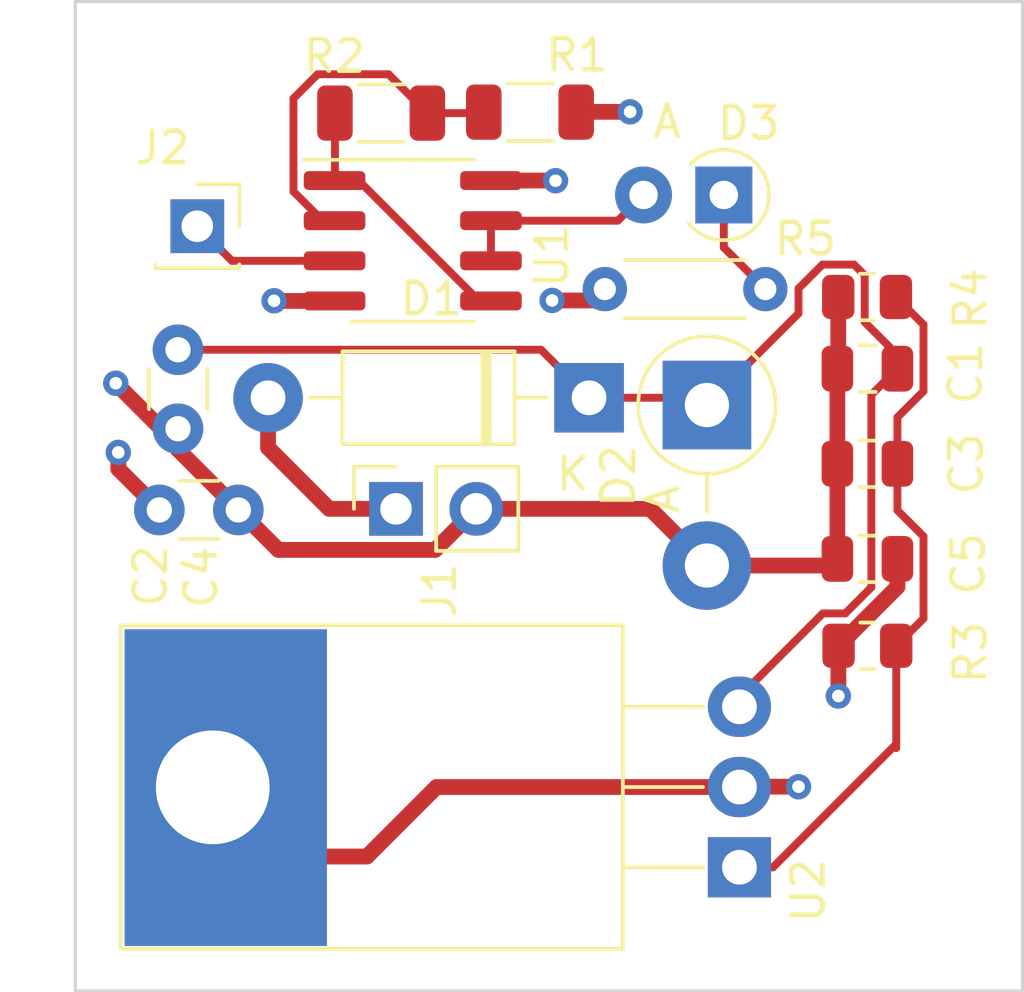
<source format=kicad_pcb>
(kicad_pcb (version 20221018) (generator pcbnew)
  (layers (0 "F.Cu" signal) (1 "In1.Cu" signal) (2 "In2.Cu" signal) (31 "B.Cu" signal) (34 "B.Paste" user) (35 "F.Paste" user) (36 "B.SilkS" user "B.Silkscreen") (37 "F.SilkS" user "F.Silkscreen") (38 "B.Mask" user) (39 "F.Mask" user) (44 "Edge.Cuts" user))
  (net 0 "")
  (net 1 "/V_{in}")
  (net 2 "Vout")
  (net 3 "Vin")
  (net 4 "GND")
  (net 5 "VAMP")
  (net 6 "/V_{div}")
  (net 7 "+VCC")
  (net 8 "VBAT")
  (net 9 "Net-(D3-K)")
  (net 10 "Net-(U1A--)")
  (footprint "Diode_THT:D_DO-41_SOD81_P10.16mm_Horizontal" (layer "F.Cu") (at 123.27 63.27 180)
    (fp_text reference "D1" (at 5 3.13) (layer "F.SilkS"))
    (fp_text value "1N4002")
    (fp_text user "K" (at 0.52 -2.42) (layer "F.SilkS"))
    (fp_line (start 1.34 0) (end 2.36 0) (stroke (width 0.12)) (layer "F.SilkS"))
    (fp_line (start 2.36 -1.47) (end 2.36 1.47) (stroke (width 0.12)) (layer "F.SilkS"))
    (fp_line (start 2.36 1.47) (end 7.8 1.47) (stroke (width 0.12)) (layer "F.SilkS"))
    (fp_line (start 3.14 -1.47) (end 3.14 1.47) (stroke (width 0.12)) (layer "F.SilkS"))
    (fp_line (start 3.26 -1.47) (end 3.26 1.47) (stroke (width 0.12)) (layer "F.SilkS"))
    (fp_line (start 3.38 -1.47) (end 3.38 1.47) (stroke (width 0.12)) (layer "F.SilkS"))
    (fp_line (start 7.8 -1.47) (end 2.36 -1.47) (stroke (width 0.12)) (layer "F.SilkS"))
    (fp_line (start 7.8 1.47) (end 7.8 -1.47) (stroke (width 0.12)) (layer "F.SilkS"))
    (fp_line (start 8.82 0) (end 7.8 0) (stroke (width 0.12)) (layer "F.SilkS"))
    (pad "1" thru_hole rect (at 0 0 180) (size 2.2 2.2) (drill 1.1) (layers "*.Cu" "*.Mask") (net 1 "/V_{in}"))
    (pad "2" thru_hole oval (at 10.16 0 180) (size 2.2 2.2) (drill 1.1) (layers "*.Cu" "*.Mask") (net 8 "VBAT"))
  )
  (footprint "Package_TO_SOT_THT:TO-220-3_Horizontal_TabDown" (layer "F.Cu") (at 128.03 78.13 90)
    (fp_text reference "U2" (at -0.74 2.17 90) (layer "F.SilkS"))
    (fp_text value "LM1117-ADJ")
    (fp_line (start -2.58 -19.58) (end -2.58 -3.69) (stroke (width 0.12)) (layer "F.SilkS"))
    (fp_line (start -2.58 -19.58) (end 7.66 -19.58) (stroke (width 0.12)) (layer "F.SilkS"))
    (fp_line (start -2.58 -3.69) (end 7.66 -3.69) (stroke (width 0.12)) (layer "F.SilkS"))
    (fp_line (start 0 -3.69) (end 0 -1.15) (stroke (width 0.12)) (layer "F.SilkS"))
    (fp_line (start 2.54 -3.69) (end 2.54 -1.15) (stroke (width 0.12)) (layer "F.SilkS"))
    (fp_line (start 5.08 -3.69) (end 5.08 -1.15) (stroke (width 0.12)) (layer "F.SilkS"))
    (fp_line (start 7.66 -19.58) (end 7.66 -3.69) (stroke (width 0.12)) (layer "F.SilkS"))
    (pad "" np_thru_hole oval (at 2.54 -16.66 90) (size 3.5 3.5) (drill 3.5) (layers "*.Cu" "*.Mask"))
    (pad "1" thru_hole rect (at 0 0 90) (size 1.905 2) (drill 1.1) (layers "*.Cu" "*.Mask") (net 6 "/V_{div}"))
    (pad "2" thru_hole oval (at 2.54 0 90) (size 1.905 2) (drill 1.1) (layers "*.Cu" "*.Mask") (net 7 "+VCC"))
    (pad "3" thru_hole oval (at 5.08 0 90) (size 1.905 2) (drill 1.1) (layers "*.Cu" "*.Mask") (net 1 "/V_{in}"))
    (pad "4" thru_hole rect (at 2.53 -16.67 90) (size 10.02 6.4) (drill 3.6 (offset -0.01 0.41)) (property pad_prop_heatsink) (layers "*.Cu" "*.Mask") (net 7 "+VCC"))
  )
  (footprint "Resistor_SMD:R_0805_2012Metric" (layer "F.Cu") (at 132.07 60.08 180)
    (fp_text reference "R4" (at -3.26 -0.06 90) (layer "F.SilkS"))
    (fp_text value "1k")
    (fp_line (start -0.227064 -0.735) (end 0.227064 -0.735) (stroke (width 0.12)) (layer "F.SilkS"))
    (fp_line (start -0.227064 0.735) (end 0.227064 0.735) (stroke (width 0.12)) (layer "F.SilkS"))
    (pad "1" smd roundrect (at -0.9125 0 180) (size 1.025 1.4) (layers "F.Cu" "F.Paste" "F.Mask") (roundrect_rratio 0.243902) (net 6 "/V_{div}"))
    (pad "2" smd roundrect (at 0.9125 0 180) (size 1.025 1.4) (layers "F.Cu" "F.Paste" "F.Mask") (roundrect_rratio 0.243902) (net 4 "GND"))
  )
  (footprint "Capacitor_THT:C_Disc_D3.0mm_W1.6mm_P2.50mm" (layer "F.Cu") (at 110.26 61.75 -90)
    (fp_text reference "C2" (at 7.17 0.87 90) (layer "F.SilkS"))
    (fp_text value "1u")
    (fp_line (start 0.621 -0.92) (end 1.879 -0.92) (stroke (width 0.12)) (layer "F.SilkS"))
    (fp_line (start 0.621 0.92) (end 1.879 0.92) (stroke (width 0.12)) (layer "F.SilkS"))
    (pad "1" thru_hole circle (at 0 0 270) (size 1.6 1.6) (drill 0.8) (layers "*.Cu" "*.Mask") (net 1 "/V_{in}"))
    (pad "2" thru_hole circle (at 2.5 0 270) (size 1.6 1.6) (drill 0.8) (layers "*.Cu" "*.Mask") (net 4 "GND"))
  )
  (footprint "Capacitor_SMD:C_0805_2012Metric" (layer "F.Cu") (at 132.08 62.35 180)
    (fp_text reference "C1" (at -3.1 -0.15 90) (layer "F.SilkS"))
    (fp_text value "100n")
    (fp_line (start -0.261252 -0.735) (end 0.261252 -0.735) (stroke (width 0.12)) (layer "F.SilkS"))
    (fp_line (start -0.261252 0.735) (end 0.261252 0.735) (stroke (width 0.12)) (layer "F.SilkS"))
    (pad "1" smd roundrect (at -0.95 0 180) (size 1 1.45) (layers "F.Cu" "F.Paste" "F.Mask") (net 1 "/V_{in}"))
    (pad "2" smd roundrect (at 0.95 0 180) (size 1 1.45) (layers "F.Cu" "F.Paste" "F.Mask") (net 4 "GND"))
  )
  (footprint "Capacitor_THT:C_Disc_D3.0mm_W1.6mm_P2.50mm" (layer "F.Cu") (at 109.67 66.82)
    (fp_text reference "C4" (at 1.32 2.13 90) (layer "F.SilkS"))
    (fp_text value "1u")
    (fp_line (start 0.621 -0.92) (end 1.879 -0.92) (stroke (width 0.12)) (layer "F.SilkS"))
    (fp_line (start 0.621 0.92) (end 1.879 0.92) (stroke (width 0.12)) (layer "F.SilkS"))
    (pad "1" thru_hole circle (at 0 0) (size 1.6 1.6) (drill 0.8) (layers "*.Cu" "*.Mask") (net 7 "+VCC"))
    (pad "2" thru_hole circle (at 2.5 0) (size 1.6 1.6) (drill 0.8) (layers "*.Cu" "*.Mask") (net 4 "GND"))
  )
  (footprint "Resistor_SMD:R_1206_3216Metric" (layer "F.Cu") (at 116.69 54.26 180)
    (fp_text reference "R2" (at 1.49 1.8 180) (layer "F.SilkS"))
    (fp_text value "68k")
    (fp_line (start -0.727064 -0.91) (end 0.727064 -0.91) (stroke (width 0.12)) (layer "F.SilkS"))
    (fp_line (start -0.727064 0.91) (end 0.727064 0.91) (stroke (width 0.12)) (layer "F.SilkS"))
    (pad "1" smd roundrect (at -1.4625 0 180) (size 1.125 1.75) (layers "F.Cu" "F.Paste" "F.Mask") (roundrect_rratio 0.222222) (net 10 "Net-(U1A--)"))
    (pad "2" smd roundrect (at 1.4625 0 180) (size 1.125 1.75) (layers "F.Cu" "F.Paste" "F.Mask") (roundrect_rratio 0.222222) (net 5 "VAMP"))
  )
  (footprint "Capacitor_SMD:C_0805_2012Metric" (layer "F.Cu") (at 132.08 68.37 180)
    (fp_text reference "C5" (at -3.19 -0.16 90) (layer "F.SilkS"))
    (fp_text value "100n")
    (fp_line (start -0.261252 -0.735) (end 0.261252 -0.735) (stroke (width 0.12)) (layer "F.SilkS"))
    (fp_line (start -0.261252 0.735) (end 0.261252 0.735) (stroke (width 0.12)) (layer "F.SilkS"))
    (pad "1" smd roundrect (at -0.95 0 180) (size 1 1.45) (layers "F.Cu" "F.Paste" "F.Mask") (net 7 "+VCC"))
    (pad "2" smd roundrect (at 0.95 0 180) (size 1 1.45) (layers "F.Cu" "F.Paste" "F.Mask") (net 4 "GND"))
  )
  (footprint "Connector_PinSocket_2.54mm:PinSocket_1x01_P2.54mm_Vertical" (layer "F.Cu") (at 110.87 57.84)
    (fp_text reference "J2" (at -1.1 -2.48) (layer "F.SilkS"))
    (fp_text value "Conn_01x01_Pin")
    (fp_line (start -1.33 1.21) (end -1.33 1.33) (stroke (width 0.12)) (layer "F.SilkS"))
    (fp_line (start -1.33 1.33) (end 1.33 1.33) (stroke (width 0.12)) (layer "F.SilkS"))
    (fp_line (start 0 -1.33) (end 1.33 -1.33) (stroke (width 0.12)) (layer "F.SilkS"))
    (fp_line (start 1.33 -1.33) (end 1.33 0) (stroke (width 0.12)) (layer "F.SilkS"))
    (fp_line (start 1.33 1.21) (end 1.33 1.33) (stroke (width 0.12)) (layer "F.SilkS"))
    (pad "1" thru_hole rect (at 0 0) (size 1.7 1.7) (drill 1) (layers "*.Cu" "*.Mask") (net 3 "Vin"))
  )
  (footprint "Diode_THT:D_5W_P5.08mm_Vertical_AnodeUp" (layer "F.Cu") (at 127 63.5 -90)
    (fp_text reference "D2" (at 2.25 2.8 90) (layer "F.SilkS"))
    (fp_text value "15V")
    (fp_text user "A" (at 2.98 1.4 90) (layer "F.SilkS"))
    (fp_line (start 2.174899 0) (end 3.38 0) (stroke (width 0.12)) (layer "F.SilkS"))
    (fp_circle (center 0 0) (end 2.174899 0) (stroke (width 0.12)) (fill none) (layer "F.SilkS"))
    (pad "1" thru_hole rect (at 0 0 270) (size 2.8 2.8) (drill 1.4) (layers "*.Cu" "*.Mask") (net 1 "/V_{in}"))
    (pad "2" thru_hole oval (at 5.08 0 270) (size 2.8 2.8) (drill 1.4) (layers "*.Cu" "*.Mask") (net 4 "GND"))
  )
  (footprint "Package_SO:SOIC-8_3.9x4.9mm_P1.27mm" (layer "F.Cu") (at 117.69 58.3)
    (fp_text reference "U1" (at 4.4 0.48 90) (layer "F.SilkS"))
    (fp_text value "LT1492")
    (fp_line (start 0 -2.56) (end -3.45 -2.56) (stroke (width 0.12)) (layer "F.SilkS"))
    (fp_line (start 0 -2.56) (end 1.95 -2.56) (stroke (width 0.12)) (layer "F.SilkS"))
    (fp_line (start 0 2.56) (end -1.95 2.56) (stroke (width 0.12)) (layer "F.SilkS"))
    (fp_line (start 0 2.56) (end 1.95 2.56) (stroke (width 0.12)) (layer "F.SilkS"))
    (pad "1" smd roundrect (at -2.475 -1.905) (size 1.95 0.6) (layers "F.Cu" "F.Paste" "F.Mask") (net 5 "VAMP"))
    (pad "2" smd roundrect (at -2.475 -0.635) (size 1.95 0.6) (layers "F.Cu" "F.Paste" "F.Mask") (net 10 "Net-(U1A--)"))
    (pad "3" smd roundrect (at -2.475 0.635) (size 1.95 0.6) (layers "F.Cu" "F.Paste" "F.Mask") (net 3 "Vin"))
    (pad "4" smd roundrect (at -2.475 1.905) (size 1.95 0.6) (layers "F.Cu" "F.Paste" "F.Mask") (net 4 "GND"))
    (pad "5" smd roundrect (at 2.475 1.905) (size 1.95 0.6) (layers "F.Cu" "F.Paste" "F.Mask") (net 5 "VAMP"))
    (pad "6" smd roundrect (at 2.475 0.635) (size 1.95 0.6) (layers "F.Cu" "F.Paste" "F.Mask") (net 2 "Vout"))
    (pad "7" smd roundrect (at 2.475 -0.635) (size 1.95 0.6) (layers "F.Cu" "F.Paste" "F.Mask") (net 2 "Vout"))
    (pad "8" smd roundrect (at 2.475 -1.905) (size 1.95 0.6) (layers "F.Cu" "F.Paste" "F.Mask") (net 7 "+VCC"))
  )
  (footprint "Resistor_SMD:R_1206_3216Metric" (layer "F.Cu") (at 121.4 54.23 180)
    (fp_text reference "R1" (at -1.49 1.81) (layer "F.SilkS"))
    (fp_text value "100k")
    (fp_line (start -0.727064 -0.91) (end 0.727064 -0.91) (stroke (width 0.12)) (layer "F.SilkS"))
    (fp_line (start -0.727064 0.91) (end 0.727064 0.91) (stroke (width 0.12)) (layer "F.SilkS"))
    (pad "1" smd roundrect (at -1.4625 0 180) (size 1.125 1.75) (layers "F.Cu" "F.Paste" "F.Mask") (roundrect_rratio 0.222222) (net 4 "GND"))
    (pad "2" smd roundrect (at 1.4625 0 180) (size 1.125 1.75) (layers "F.Cu" "F.Paste" "F.Mask") (roundrect_rratio 0.222222) (net 10 "Net-(U1A--)"))
  )
  (footprint "Connector_PinSocket_2.54mm:PinSocket_1x02_P2.54mm_Vertical" (layer "F.Cu") (at 117.16 66.785 90)
    (fp_text reference "J1" (at -2.585 1.37 90) (layer "F.SilkS"))
    (fp_text value "Screw_Terminal_01x02")
    (fp_line (start -1.33 1.27) (end -1.33 3.87) (stroke (width 0.12)) (layer "F.SilkS"))
    (fp_line (start -1.33 1.27) (end 1.33 1.27) (stroke (width 0.12)) (layer "F.SilkS"))
    (fp_line (start -1.33 3.87) (end 1.33 3.87) (stroke (width 0.12)) (layer "F.SilkS"))
    (fp_line (start 0 -1.33) (end 1.33 -1.33) (stroke (width 0.12)) (layer "F.SilkS"))
    (fp_line (start 1.33 -1.33) (end 1.33 0) (stroke (width 0.12)) (layer "F.SilkS"))
    (fp_line (start 1.33 1.27) (end 1.33 3.87) (stroke (width 0.12)) (layer "F.SilkS"))
    (pad "1" thru_hole rect (at 0 0 90) (size 1.7 1.7) (drill 1) (layers "*.Cu" "*.Mask") (net 8 "VBAT"))
    (pad "2" thru_hole oval (at 0 2.54 90) (size 1.7 1.7) (drill 1) (layers "*.Cu" "*.Mask") (net 4 "GND"))
  )
  (footprint "Resistor_THT:R_Axial_DIN0204_L3.6mm_D1.6mm_P5.08mm_Horizontal" (layer "F.Cu") (at 128.85 59.83 180)
    (fp_text reference "R5" (at -1.26 1.59) (layer "F.SilkS"))
    (fp_text value "1k")
    (fp_line (start 0.62 -0.92) (end 4.46 -0.92) (stroke (width 0.12)) (layer "F.SilkS"))
    (fp_line (start 0.62 0.92) (end 4.46 0.92) (stroke (width 0.12)) (layer "F.SilkS"))
    (pad "1" thru_hole circle (at 0 0 180) (size 1.4 1.4) (drill 0.7) (layers "*.Cu" "*.Mask") (net 9 "Net-(D3-K)"))
    (pad "2" thru_hole oval (at 5.08 0 180) (size 1.4 1.4) (drill 0.7) (layers "*.Cu" "*.Mask") (net 4 "GND"))
  )
  (footprint "Capacitor_SMD:C_0805_2012Metric" (layer "F.Cu") (at 132.08 65.36 180)
    (fp_text reference "C3" (at -3.13 0 90) (layer "F.SilkS"))
    (fp_text value "100n")
    (fp_line (start -0.261252 -0.735) (end 0.261252 -0.735) (stroke (width 0.12)) (layer "F.SilkS"))
    (fp_line (start -0.261252 0.735) (end 0.261252 0.735) (stroke (width 0.12)) (layer "F.SilkS"))
    (pad "1" smd roundrect (at -0.95 0 180) (size 1 1.45) (layers "F.Cu" "F.Paste" "F.Mask") (net 6 "/V_{div}"))
    (pad "2" smd roundrect (at 0.95 0 180) (size 1 1.45) (layers "F.Cu" "F.Paste" "F.Mask") (net 4 "GND"))
  )
  (footprint "Resistor_SMD:R_0805_2012Metric" (layer "F.Cu") (at 132.08 71.12)
    (fp_text reference "R3" (at 3.25 0.21 90) (layer "F.SilkS"))
    (fp_text value "2.2k")
    (fp_line (start -0.227064 -0.735) (end 0.227064 -0.735) (stroke (width 0.12)) (layer "F.SilkS"))
    (fp_line (start -0.227064 0.735) (end 0.227064 0.735) (stroke (width 0.12)) (layer "F.SilkS"))
    (pad "1" smd roundrect (at -0.9125 0) (size 1.025 1.4) (layers "F.Cu" "F.Paste" "F.Mask") (roundrect_rratio 0.243902) (net 7 "+VCC"))
    (pad "2" smd roundrect (at 0.9125 0) (size 1.025 1.4) (layers "F.Cu" "F.Paste" "F.Mask") (roundrect_rratio 0.243902) (net 6 "/V_{div}"))
  )
  (footprint "Diode_THT:D_A-405_P2.54mm_Vertical_AnodeUp" (layer "F.Cu") (at 127.535 56.85 180)
    (fp_text reference "D3" (at -0.785 2.27) (layer "F.SilkS"))
    (fp_text value "LED")
    (fp_text user "A" (at 1.795 2.32) (layer "F.SilkS"))
    (fp_arc (start 1.05385 0.968866) (mid -1.430816 -0.045469) (end 1.113239 -0.9) (stroke (width 0.12)) (layer "F.SilkS"))
    (pad "1" thru_hole rect (at 0 0 180) (size 1.8 1.8) (drill 0.9) (layers "*.Cu" "*.Mask") (net 9 "Net-(D3-K)"))
    (pad "2" thru_hole oval (at 2.54 0 180) (size 1.8 1.8) (drill 0.9) (layers "*.Cu" "*.Mask") (net 2 "Vout"))
  )
  (gr_rect (start 107.01 50.73) (end 136.99 82.04) (stroke (width 0.1)) (fill none) (layer "Edge.Cuts"))
  (segment (start 130.656827 59.055) (end 129.9 59.811827) (width 0.25) (layer "F.Cu") (net 1))
  (segment (start 121.75 61.75) (end 123.27 63.27) (width 0.25) (layer "F.Cu") (net 1))
  (segment (start 132.9225 61.8025) (end 131.995 60.875) (width 0.25) (layer "F.Cu") (net 1))
  (segment (start 132.9225 62.35) (end 132.9225 61.8025) (width 0.25) (layer "F.Cu") (net 1))
  (segment (start 131.658173 59.055) (end 130.656827 59.055) (width 0.25) (layer "F.Cu") (net 1))
  (segment (start 133.03 62.35) (end 132.205 63.175) (width 0.25) (layer "F.Cu") (net 1))
  (segment (start 132.205 69.269328) (end 131.379328 70.095) (width 0.25) (layer "F.Cu") (net 1))
  (segment (start 129.9 60.6) (end 127 63.5) (width 0.25) (layer "F.Cu") (net 1))
  (segment (start 131.379328 70.095) (end 130.666827 70.095) (width 0.25) (layer "F.Cu") (net 1))
  (segment (start 123.27 63.27) (end 126.77 63.27) (width 0.25) (layer "F.Cu") (net 1))
  (segment (start 130.666827 70.095) (end 128.03 72.731827) (width 0.25) (layer "F.Cu") (net 1))
  (segment (start 131.995 59.391827) (end 131.658173 59.055) (width 0.25) (layer "F.Cu") (net 1))
  (segment (start 110.26 61.75) (end 121.75 61.75) (width 0.25) (layer "F.Cu") (net 1))
  (segment (start 132.205 63.175) (end 132.205 69.269328) (width 0.25) (layer "F.Cu") (net 1))
  (segment (start 126.77 63.27) (end 127 63.5) (width 0.25) (layer "F.Cu") (net 1))
  (segment (start 128.03 72.731827) (end 128.03 73.05) (width 0.25) (layer "F.Cu") (net 1))
  (segment (start 131.995 60.875) (end 131.995 59.391827) (width 0.25) (layer "F.Cu") (net 1))
  (segment (start 129.9 59.811827) (end 129.9 60.6) (width 0.25) (layer "F.Cu") (net 1))
  (segment (start 120.165 58.935) (end 120.165 57.665) (width 0.25) (layer "F.Cu") (net 2))
  (segment (start 124.18 57.665) (end 124.995 56.85) (width 0.25) (layer "F.Cu") (net 2))
  (segment (start 120.165 57.665) (end 124.18 57.665) (width 0.25) (layer "F.Cu") (net 2))
  (segment (start 111.965 58.935) (end 115.215 58.935) (width 0.25) (layer "F.Cu") (net 3))
  (segment (start 110.87 57.84) (end 111.965 58.935) (width 0.25) (layer "F.Cu") (net 3))
  (segment (start 110.26 64.25) (end 109.73 64.25) (width 0.5) (layer "F.Cu") (net 4))
  (segment (start 113.305 60.205) (end 113.3 60.2) (width 0.5) (layer "F.Cu") (net 4))
  (segment (start 122.8725 54.22) (end 122.8625 54.23) (width 0.5) (layer "F.Cu") (net 4))
  (segment (start 110.26 64.91) (end 112.17 66.82) (width 0.5) (layer "F.Cu") (net 4))
  (segment (start 131.13 68.37) (end 131.13 65.36) (width 0.5) (layer "F.Cu") (net 4))
  (segment (start 131.1575 62.3225) (end 131.13 62.35) (width 0.5) (layer "F.Cu") (net 4))
  (segment (start 131.13 62.35) (end 131.13 65.36) (width 0.5) (layer "F.Cu") (net 4))
  (segment (start 118.4 68.085) (end 119.7 66.785) (width 0.5) (layer "F.Cu") (net 4))
  (segment (start 127 68.58) (end 130.92 68.58) (width 0.5) (layer "F.Cu") (net 4))
  (segment (start 125.205 66.785) (end 127 68.58) (width 0.5) (layer "F.Cu") (net 4))
  (segment (start 112.17 66.82) (end 113.435 68.085) (width 0.5) (layer "F.Cu") (net 4))
  (segment (start 122.1 60.19) (end 123.41 60.19) (width 0.5) (layer "F.Cu") (net 4))
  (segment (start 109.73 64.25) (end 108.29 62.81) (width 0.5) (layer "F.Cu") (net 4))
  (segment (start 131.1575 60.08) (end 131.1575 62.3225) (width 0.5) (layer "F.Cu") (net 4))
  (segment (start 113.435 68.085) (end 118.4 68.085) (width 0.5) (layer "F.Cu") (net 4))
  (segment (start 115.215 60.205) (end 113.305 60.205) (width 0.5) (layer "F.Cu") (net 4))
  (segment (start 110.26 64.25) (end 110.26 64.91) (width 0.5) (layer "F.Cu") (net 4))
  (segment (start 130.92 68.58) (end 131.13 68.37) (width 0.5) (layer "F.Cu") (net 4))
  (segment (start 119.7 66.785) (end 125.205 66.785) (width 0.5) (layer "F.Cu") (net 4))
  (segment (start 123.41 60.19) (end 123.77 59.83) (width 0.5) (layer "F.Cu") (net 4))
  (segment (start 124.57 54.22) (end 122.8725 54.22) (width 0.5) (layer "F.Cu") (net 4))
  (via (at 124.57 54.22) (size 0.8) (drill 0.4) (layers "F.Cu" "B.Cu") (net 4))
  (via (at 122.1 60.19) (size 0.8) (drill 0.4) (layers "F.Cu" "B.Cu") (net 4))
  (via (at 108.29 62.81) (size 0.8) (drill 0.4) (layers "F.Cu" "B.Cu") (net 4))
  (via (at 113.3 60.2) (size 0.8) (drill 0.4) (layers "F.Cu" "B.Cu") (net 4))
  (segment (start 115.978249 56.395) (end 119.788249 60.205) (width 0.25) (layer "F.Cu") (net 5))
  (segment (start 115.2275 54.26) (end 115.2275 56.3825) (width 0.25) (layer "F.Cu") (net 5))
  (segment (start 115.215 56.395) (end 115.978249 56.395) (width 0.25) (layer "F.Cu") (net 5))
  (segment (start 115.2275 56.3825) (end 115.215 56.395) (width 0.25) (layer "F.Cu") (net 5))
  (segment (start 119.788249 60.205) (end 120.165 60.205) (width 0.25) (layer "F.Cu") (net 5))
  (segment (start 133.855 70.2575) (end 132.9925 71.12) (width 0.25) (layer "F.Cu") (net 6))
  (segment (start 133.03 63.888173) (end 133.855 63.063173) (width 0.25) (layer "F.Cu") (net 6))
  (segment (start 132.9925 74.23) (end 129.0925 78.13) (width 0.25) (layer "F.Cu") (net 6))
  (segment (start 133.03 66.831827) (end 133.855 67.656827) (width 0.25) (layer "F.Cu") (net 6))
  (segment (start 133.855 67.656827) (end 133.855 70.2575) (width 0.25) (layer "F.Cu") (net 6))
  (segment (start 132.9925 71.12) (end 132.9925 74.23) (width 0.25) (layer "F.Cu") (net 6))
  (segment (start 133.03 65.36) (end 133.03 66.831827) (width 0.25) (layer "F.Cu") (net 6))
  (segment (start 129.0925 78.13) (end 128.03 78.13) (width 0.25) (layer "F.Cu") (net 6))
  (segment (start 132.9925 74.23) (end 132.9925 74.3575) (width 0.25) (layer "F.Cu") (net 6))
  (segment (start 133.855 60.9525) (end 132.9825 60.08) (width 0.25) (layer "F.Cu") (net 6))
  (segment (start 133.03 65.36) (end 133.03 63.888173) (width 0.25) (layer "F.Cu") (net 6))
  (segment (start 133.855 63.063173) (end 133.855 60.9525) (width 0.25) (layer "F.Cu") (net 6))
  (segment (start 122.205 56.395) (end 122.21 56.4) (width 0.5) (layer "F.Cu") (net 7))
  (segment (start 129.9 75.58) (end 128.04 75.58) (width 0.5) (layer "F.Cu") (net 7))
  (segment (start 118.44 75.59) (end 116.24 77.79) (width 0.5) (layer "F.Cu") (net 7))
  (segment (start 110.45873 77.79) (end 108.870001 76.201271) (width 0.5) (layer "F.Cu") (net 7))
  (segment (start 131.02 71.2675) (end 131.1675 71.12) (width 0.5) (layer "F.Cu") (net 7))
  (segment (start 131.16 72.71) (end 131.16 71.1275) (width 0.5) (layer "F.Cu") (net 7))
  (segment (start 133.03 68.37) (end 133.03 69.2575) (width 0.5) (layer "F.Cu") (net 7))
  (segment (start 128.03 75.59) (end 118.44 75.59) (width 0.5) (layer "F.Cu") (net 7))
  (segment (start 128.04 75.58) (end 128.03 75.59) (width 0.5) (layer "F.Cu") (net 7))
  (segment (start 116.24 77.79) (end 110.45873 77.79) (width 0.5) (layer "F.Cu") (net 7))
  (segment (start 108.37 65) (end 108.37 65.52) (width 0.5) (layer "F.Cu") (net 7))
  (segment (start 108.37 65.52) (end 109.67 66.82) (width 0.5) (layer "F.Cu") (net 7))
  (segment (start 131.16 71.1275) (end 131.1675 71.12) (width 0.5) (layer "F.Cu") (net 7))
  (segment (start 120.165 56.395) (end 122.205 56.395) (width 0.5) (layer "F.Cu") (net 7))
  (segment (start 133.03 69.2575) (end 131.1675 71.12) (width 0.5) (layer "F.Cu") (net 7))
  (via (at 108.37 65) (size 0.8) (drill 0.4) (layers "F.Cu" "B.Cu") (net 7))
  (via (at 122.21 56.4) (size 0.8) (drill 0.4) (layers "F.Cu" "B.Cu") (net 7))
  (via (at 129.9 75.58) (size 0.8) (drill 0.4) (layers "F.Cu" "B.Cu") (net 7))
  (via (at 131.16 72.71) (size 0.8) (drill 0.4) (layers "F.Cu" "B.Cu") (net 7))
  (segment (start 113.11 63.27) (end 113.11 64.85) (width 0.5) (layer "F.Cu") (net 8))
  (segment (start 115.045 66.785) (end 117.16 66.785) (width 0.5) (layer "F.Cu") (net 8))
  (segment (start 113.11 64.85) (end 115.045 66.785) (width 0.5) (layer "F.Cu") (net 8))
  (segment (start 127.535 56.85) (end 127.535 58.515) (width 0.25) (layer "F.Cu") (net 9))
  (segment (start 127.535 58.515) (end 128.85 59.83) (width 0.25) (layer "F.Cu") (net 9))
  (segment (start 114.68 53.03) (end 116.9225 53.03) (width 0.25) (layer "F.Cu") (net 10))
  (segment (start 119.9075 54.26) (end 119.9375 54.23) (width 0.25) (layer "F.Cu") (net 10))
  (segment (start 116.9225 53.03) (end 118.1525 54.26) (width 0.25) (layer "F.Cu") (net 10))
  (segment (start 115.215 57.665) (end 114.838249 57.665) (width 0.25) (layer "F.Cu") (net 10))
  (segment (start 114.838249 57.665) (end 113.915 56.741751) (width 0.25) (layer "F.Cu") (net 10))
  (segment (start 113.915 56.741751) (end 113.915 53.795) (width 0.25) (layer "F.Cu") (net 10))
  (segment (start 113.915 53.795) (end 114.68 53.03) (width 0.25) (layer "F.Cu") (net 10))
  (segment (start 115.215 57.665) (end 115.04 57.84) (width 0.25) (layer "F.Cu") (net 10))
  (segment (start 118.1525 54.26) (end 119.9075 54.26) (width 0.25) (layer "F.Cu") (net 10))
)
</source>
